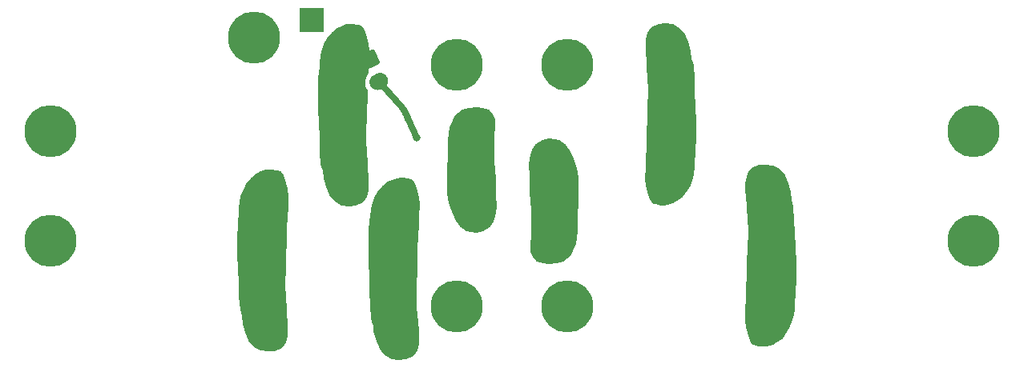
<source format=gbr>
%TF.GenerationSoftware,KiCad,Pcbnew,(5.1.6)-1*%
%TF.CreationDate,2020-10-05T10:15:19-05:00*%
%TF.ProjectId,DDD Charm,44444420-4368-4617-926d-2e6b69636164,rev?*%
%TF.SameCoordinates,Original*%
%TF.FileFunction,Copper,L2,Bot*%
%TF.FilePolarity,Positive*%
%FSLAX46Y46*%
G04 Gerber Fmt 4.6, Leading zero omitted, Abs format (unit mm)*
G04 Created by KiCad (PCBNEW (5.1.6)-1) date 2020-10-05 10:15:19*
%MOMM*%
%LPD*%
G01*
G04 APERTURE LIST*
%TA.AperFunction,ComponentPad*%
%ADD10R,2.500000X2.500000*%
%TD*%
%TA.AperFunction,ComponentPad*%
%ADD11C,5.500000*%
%TD*%
%TA.AperFunction,ViaPad*%
%ADD12C,0.800000*%
%TD*%
%TA.AperFunction,Conductor*%
%ADD13C,0.500000*%
%TD*%
%TA.AperFunction,Conductor*%
%ADD14C,0.635000*%
%TD*%
%TA.AperFunction,Conductor*%
%ADD15C,0.254000*%
%TD*%
G04 APERTURE END LIST*
D10*
%TO.P,REF\u002A\u002A,1*%
%TO.N,GND*%
X236700000Y-99300000D03*
%TD*%
D11*
%TO.P,.,*%
%TO.N,GND*%
X230600000Y-101100000D03*
%TD*%
%TO.P,.,*%
%TO.N,O1*%
X209060000Y-111000000D03*
%TD*%
%TO.P,.,*%
%TO.N,O4*%
X306630000Y-122650000D03*
%TD*%
%TO.P,.,1*%
%TO.N,GND*%
%TA.AperFunction,ComponentPad*%
G36*
G01*
X241660953Y-103056644D02*
X243020596Y-102422633D01*
G75*
G02*
X243352694Y-102543507I105612J-226486D01*
G01*
X243859921Y-103631257D01*
G75*
G02*
X243739047Y-103963355I-226486J-105612D01*
G01*
X242379404Y-104597367D01*
G75*
G02*
X242047306Y-104476493I-105612J226486D01*
G01*
X241540079Y-103388743D01*
G75*
G02*
X241660953Y-103056645I226486J105612D01*
G01*
G37*
%TD.AperFunction*%
%TO.P,.,2*%
%TO.N,PWR*%
%TA.AperFunction,ComponentPad*%
G36*
G01*
X243261374Y-105068800D02*
X243533266Y-104942014D01*
G75*
G02*
X244662854Y-105353150I359226J-770362D01*
G01*
X244662854Y-105353150D01*
G75*
G02*
X244251718Y-106482738I-770362J-359226D01*
G01*
X243979826Y-106609524D01*
G75*
G02*
X242850238Y-106198388I-359226J770362D01*
G01*
X242850238Y-106198388D01*
G75*
G02*
X243261374Y-105068800I770362J359226D01*
G01*
G37*
%TD.AperFunction*%
%TD*%
%TO.P,.,*%
%TO.N,I1*%
X252020000Y-103980000D03*
%TD*%
%TO.P,.,*%
%TO.N,I2*%
X263670000Y-103980000D03*
%TD*%
%TO.P,.,*%
%TO.N,I4*%
X263670000Y-129580000D03*
%TD*%
%TO.P,.,*%
%TO.N,I3*%
X252020000Y-129580000D03*
%TD*%
%TO.P,.,*%
%TO.N,O2*%
X209060000Y-122650000D03*
%TD*%
%TO.P,.,*%
%TO.N,O3*%
X306630000Y-111000000D03*
%TD*%
D12*
%TO.N,J2*%
X262053289Y-123686711D03*
%TO.N,J1*%
X253550000Y-120360000D03*
%TO.N,J2*%
X262080000Y-113700000D03*
%TO.N,J1*%
X253440000Y-110410000D03*
%TO.N,GND*%
X274370000Y-117650000D03*
X240462000Y-117622000D03*
X240462000Y-103702000D03*
X274350000Y-100840000D03*
%TO.N,PWR*%
X284650423Y-132019577D03*
X231782000Y-132648000D03*
X245230000Y-118220000D03*
X245230000Y-133190000D03*
X284650000Y-117300000D03*
X231782000Y-117622000D03*
X247800000Y-111700000D03*
%TD*%
D13*
%TO.N,J2*%
X262080000Y-113700000D02*
X262053289Y-123686711D01*
%TO.N,J1*%
X253440000Y-110410000D02*
X253550000Y-120360000D01*
%TO.N,GND*%
X240462000Y-117622000D02*
X240462000Y-103702000D01*
D14*
X274350000Y-100840000D02*
X274370000Y-117650000D01*
%TO.N,PWR*%
X245230000Y-118220000D02*
X245230000Y-133190000D01*
X284650423Y-132019577D02*
X284650000Y-131701220D01*
X284650000Y-131701220D02*
X284650000Y-117300000D01*
X231782000Y-117622000D02*
X231782000Y-132648000D01*
X245926906Y-108160442D02*
X243756546Y-105775769D01*
X246008268Y-108252441D02*
X245926906Y-108160442D01*
X246236152Y-108541838D02*
X246162954Y-108443217D01*
X246306506Y-108642507D02*
X246236152Y-108541838D01*
X246086972Y-108346726D02*
X246008268Y-108252441D01*
X246373958Y-108745142D02*
X246306506Y-108642507D01*
X246438454Y-108849661D02*
X246373958Y-108745142D01*
X246499942Y-108955977D02*
X246438454Y-108849661D01*
X246878058Y-109860564D02*
X246842227Y-109743090D01*
X246842227Y-109743090D02*
X246803060Y-109626686D01*
X246714843Y-109397468D02*
X246665866Y-109284840D01*
X247800000Y-111700000D02*
X246878058Y-109860564D01*
X246803060Y-109626686D02*
X246760587Y-109511448D01*
X246760587Y-109511448D02*
X246714843Y-109397468D01*
X246665866Y-109284840D02*
X246613694Y-109173655D01*
X246613694Y-109173655D02*
X246558371Y-109064004D01*
X246162954Y-108443217D02*
X246086972Y-108346726D01*
X246558371Y-109064004D02*
X246499942Y-108955977D01*
%TD*%
D15*
%TO.N,PWR*%
G36*
X232757942Y-115242887D02*
G01*
X232764098Y-115244331D01*
X233000884Y-115293661D01*
X233172742Y-115338887D01*
X233253128Y-115382734D01*
X233330197Y-115459803D01*
X233333858Y-115463320D01*
X233458369Y-115578253D01*
X233495297Y-115621402D01*
X233542968Y-115719724D01*
X233719523Y-116200346D01*
X233818348Y-116526468D01*
X233984049Y-117082053D01*
X234032900Y-117941837D01*
X234003088Y-119015080D01*
X233953155Y-120023721D01*
X233953070Y-120025769D01*
X233913087Y-121225259D01*
X233853115Y-122634601D01*
X233853021Y-122637691D01*
X233823042Y-124286559D01*
X233793099Y-125114974D01*
X233753244Y-126121320D01*
X233713600Y-126527668D01*
X233713010Y-126541607D01*
X233723010Y-127331607D01*
X233723068Y-127334162D01*
X233763068Y-128554162D01*
X233763281Y-128558448D01*
X233843281Y-129758448D01*
X233843404Y-129760128D01*
X233883404Y-130260128D01*
X233883415Y-130260264D01*
X233913415Y-130630264D01*
X233914144Y-130637008D01*
X233963594Y-131002938D01*
X233993000Y-131424424D01*
X233993000Y-132294567D01*
X233964406Y-132628162D01*
X233790153Y-133286452D01*
X233656317Y-133571970D01*
X233291213Y-133891436D01*
X232710368Y-134144384D01*
X231983511Y-134182640D01*
X231278542Y-134106427D01*
X230723825Y-133805564D01*
X230145275Y-133283920D01*
X229719977Y-132317333D01*
X229455255Y-131356491D01*
X229376337Y-130587042D01*
X229372243Y-130565565D01*
X229175837Y-129868324D01*
X229086792Y-128532647D01*
X229016903Y-127104917D01*
X228966938Y-125506033D01*
X228966902Y-125505023D01*
X228907000Y-123977522D01*
X228907000Y-122340787D01*
X228926939Y-120745706D01*
X229016619Y-119589824D01*
X229016885Y-119585399D01*
X229036644Y-119121056D01*
X229125030Y-118453254D01*
X229251648Y-117927304D01*
X229515249Y-117224367D01*
X229846813Y-116649005D01*
X230319902Y-115992474D01*
X230857255Y-115627841D01*
X231262391Y-115396335D01*
X231794959Y-115215642D01*
X232234140Y-115187000D01*
X232543708Y-115187000D01*
X232757942Y-115242887D01*
G37*
X232757942Y-115242887D02*
X232764098Y-115244331D01*
X233000884Y-115293661D01*
X233172742Y-115338887D01*
X233253128Y-115382734D01*
X233330197Y-115459803D01*
X233333858Y-115463320D01*
X233458369Y-115578253D01*
X233495297Y-115621402D01*
X233542968Y-115719724D01*
X233719523Y-116200346D01*
X233818348Y-116526468D01*
X233984049Y-117082053D01*
X234032900Y-117941837D01*
X234003088Y-119015080D01*
X233953155Y-120023721D01*
X233953070Y-120025769D01*
X233913087Y-121225259D01*
X233853115Y-122634601D01*
X233853021Y-122637691D01*
X233823042Y-124286559D01*
X233793099Y-125114974D01*
X233753244Y-126121320D01*
X233713600Y-126527668D01*
X233713010Y-126541607D01*
X233723010Y-127331607D01*
X233723068Y-127334162D01*
X233763068Y-128554162D01*
X233763281Y-128558448D01*
X233843281Y-129758448D01*
X233843404Y-129760128D01*
X233883404Y-130260128D01*
X233883415Y-130260264D01*
X233913415Y-130630264D01*
X233914144Y-130637008D01*
X233963594Y-131002938D01*
X233993000Y-131424424D01*
X233993000Y-132294567D01*
X233964406Y-132628162D01*
X233790153Y-133286452D01*
X233656317Y-133571970D01*
X233291213Y-133891436D01*
X232710368Y-134144384D01*
X231983511Y-134182640D01*
X231278542Y-134106427D01*
X230723825Y-133805564D01*
X230145275Y-133283920D01*
X229719977Y-132317333D01*
X229455255Y-131356491D01*
X229376337Y-130587042D01*
X229372243Y-130565565D01*
X229175837Y-129868324D01*
X229086792Y-128532647D01*
X229016903Y-127104917D01*
X228966938Y-125506033D01*
X228966902Y-125505023D01*
X228907000Y-123977522D01*
X228907000Y-122340787D01*
X228926939Y-120745706D01*
X229016619Y-119589824D01*
X229016885Y-119585399D01*
X229036644Y-119121056D01*
X229125030Y-118453254D01*
X229251648Y-117927304D01*
X229515249Y-117224367D01*
X229846813Y-116649005D01*
X230319902Y-115992474D01*
X230857255Y-115627841D01*
X231262391Y-115396335D01*
X231794959Y-115215642D01*
X232234140Y-115187000D01*
X232543708Y-115187000D01*
X232757942Y-115242887D01*
G36*
X246614331Y-116102392D02*
G01*
X246620487Y-116103836D01*
X246857273Y-116153166D01*
X247029131Y-116198392D01*
X247109517Y-116242239D01*
X247186586Y-116319308D01*
X247190247Y-116322825D01*
X247314758Y-116437758D01*
X247351686Y-116480907D01*
X247399357Y-116579229D01*
X247575912Y-117059851D01*
X247674737Y-117385973D01*
X247840438Y-117941558D01*
X247889289Y-118801342D01*
X247859477Y-119874585D01*
X247809544Y-120883226D01*
X247809459Y-120885274D01*
X247769476Y-122084764D01*
X247709504Y-123494106D01*
X247709410Y-123497196D01*
X247679431Y-125146064D01*
X247649488Y-125974479D01*
X247609633Y-126980825D01*
X247569989Y-127387173D01*
X247569399Y-127401112D01*
X247579399Y-128191112D01*
X247579457Y-128193667D01*
X247619457Y-129413667D01*
X247619670Y-129417953D01*
X247699670Y-130617953D01*
X247699793Y-130619633D01*
X247739793Y-131119633D01*
X247739804Y-131119769D01*
X247769804Y-131489769D01*
X247770533Y-131496513D01*
X247819983Y-131862443D01*
X247849389Y-132283929D01*
X247849389Y-133154072D01*
X247820795Y-133487667D01*
X247646542Y-134145957D01*
X247512706Y-134431475D01*
X247147602Y-134750941D01*
X246566757Y-135003889D01*
X245839900Y-135042145D01*
X245134931Y-134965932D01*
X244580214Y-134665069D01*
X244001664Y-134143425D01*
X243576366Y-133176838D01*
X243311644Y-132215996D01*
X243232726Y-131446547D01*
X243228632Y-131425070D01*
X243032226Y-130727829D01*
X242943181Y-129392152D01*
X242873292Y-127964422D01*
X242823327Y-126365538D01*
X242823291Y-126364528D01*
X242763389Y-124837027D01*
X242763389Y-123200292D01*
X242783328Y-121605211D01*
X242873008Y-120449329D01*
X242873274Y-120444904D01*
X242893033Y-119980561D01*
X242981419Y-119312759D01*
X243108037Y-118786809D01*
X243371638Y-118083872D01*
X243703202Y-117508510D01*
X244176291Y-116851979D01*
X244713644Y-116487346D01*
X245118780Y-116255840D01*
X245651348Y-116075147D01*
X246090529Y-116046505D01*
X246400097Y-116046505D01*
X246614331Y-116102392D01*
G37*
X246614331Y-116102392D02*
X246620487Y-116103836D01*
X246857273Y-116153166D01*
X247029131Y-116198392D01*
X247109517Y-116242239D01*
X247186586Y-116319308D01*
X247190247Y-116322825D01*
X247314758Y-116437758D01*
X247351686Y-116480907D01*
X247399357Y-116579229D01*
X247575912Y-117059851D01*
X247674737Y-117385973D01*
X247840438Y-117941558D01*
X247889289Y-118801342D01*
X247859477Y-119874585D01*
X247809544Y-120883226D01*
X247809459Y-120885274D01*
X247769476Y-122084764D01*
X247709504Y-123494106D01*
X247709410Y-123497196D01*
X247679431Y-125146064D01*
X247649488Y-125974479D01*
X247609633Y-126980825D01*
X247569989Y-127387173D01*
X247569399Y-127401112D01*
X247579399Y-128191112D01*
X247579457Y-128193667D01*
X247619457Y-129413667D01*
X247619670Y-129417953D01*
X247699670Y-130617953D01*
X247699793Y-130619633D01*
X247739793Y-131119633D01*
X247739804Y-131119769D01*
X247769804Y-131489769D01*
X247770533Y-131496513D01*
X247819983Y-131862443D01*
X247849389Y-132283929D01*
X247849389Y-133154072D01*
X247820795Y-133487667D01*
X247646542Y-134145957D01*
X247512706Y-134431475D01*
X247147602Y-134750941D01*
X246566757Y-135003889D01*
X245839900Y-135042145D01*
X245134931Y-134965932D01*
X244580214Y-134665069D01*
X244001664Y-134143425D01*
X243576366Y-133176838D01*
X243311644Y-132215996D01*
X243232726Y-131446547D01*
X243228632Y-131425070D01*
X243032226Y-130727829D01*
X242943181Y-129392152D01*
X242873292Y-127964422D01*
X242823327Y-126365538D01*
X242823291Y-126364528D01*
X242763389Y-124837027D01*
X242763389Y-123200292D01*
X242783328Y-121605211D01*
X242873008Y-120449329D01*
X242873274Y-120444904D01*
X242893033Y-119980561D01*
X242981419Y-119312759D01*
X243108037Y-118786809D01*
X243371638Y-118083872D01*
X243703202Y-117508510D01*
X244176291Y-116851979D01*
X244713644Y-116487346D01*
X245118780Y-116255840D01*
X245651348Y-116075147D01*
X246090529Y-116046505D01*
X246400097Y-116046505D01*
X246614331Y-116102392D01*
G36*
X285309164Y-114740395D02*
G01*
X285863881Y-115041258D01*
X286442431Y-115562902D01*
X286867729Y-116529489D01*
X287132451Y-117490331D01*
X287211369Y-118259780D01*
X287215463Y-118281257D01*
X287411869Y-118978498D01*
X287500914Y-120314175D01*
X287570803Y-121741905D01*
X287620768Y-123340789D01*
X287620804Y-123341799D01*
X287680706Y-124869300D01*
X287680706Y-126506035D01*
X287660767Y-128101116D01*
X287571087Y-129256998D01*
X287570821Y-129261423D01*
X287551062Y-129725766D01*
X287462676Y-130393568D01*
X287336058Y-130919518D01*
X287072457Y-131622455D01*
X286740893Y-132197817D01*
X286267804Y-132854348D01*
X285730451Y-133218981D01*
X285325315Y-133450487D01*
X284792747Y-133631180D01*
X284353566Y-133659822D01*
X284043997Y-133659822D01*
X283829764Y-133603935D01*
X283823608Y-133602491D01*
X283586822Y-133553161D01*
X283414964Y-133507935D01*
X283334578Y-133464088D01*
X283257509Y-133387019D01*
X283253848Y-133383502D01*
X283129337Y-133268569D01*
X283092409Y-133225420D01*
X283044738Y-133127098D01*
X282868183Y-132646476D01*
X282769358Y-132320354D01*
X282603657Y-131764769D01*
X282554806Y-130904985D01*
X282584618Y-129831742D01*
X282634551Y-128823101D01*
X282634636Y-128821053D01*
X282674619Y-127621563D01*
X282734591Y-126212221D01*
X282734685Y-126209131D01*
X282764664Y-124560263D01*
X282794607Y-123731848D01*
X282834462Y-122725502D01*
X282874106Y-122319154D01*
X282874696Y-122305215D01*
X282864696Y-121515215D01*
X282864638Y-121512660D01*
X282824638Y-120292660D01*
X282824425Y-120288374D01*
X282744425Y-119088374D01*
X282744302Y-119086694D01*
X282704302Y-118586694D01*
X282704291Y-118586558D01*
X282674291Y-118216558D01*
X282673562Y-118209814D01*
X282624112Y-117843884D01*
X282594706Y-117422398D01*
X282594706Y-116552255D01*
X282623300Y-116218660D01*
X282797553Y-115560370D01*
X282931389Y-115274852D01*
X283296493Y-114955386D01*
X283877338Y-114702438D01*
X284604195Y-114664182D01*
X285309164Y-114740395D01*
G37*
X285309164Y-114740395D02*
X285863881Y-115041258D01*
X286442431Y-115562902D01*
X286867729Y-116529489D01*
X287132451Y-117490331D01*
X287211369Y-118259780D01*
X287215463Y-118281257D01*
X287411869Y-118978498D01*
X287500914Y-120314175D01*
X287570803Y-121741905D01*
X287620768Y-123340789D01*
X287620804Y-123341799D01*
X287680706Y-124869300D01*
X287680706Y-126506035D01*
X287660767Y-128101116D01*
X287571087Y-129256998D01*
X287570821Y-129261423D01*
X287551062Y-129725766D01*
X287462676Y-130393568D01*
X287336058Y-130919518D01*
X287072457Y-131622455D01*
X286740893Y-132197817D01*
X286267804Y-132854348D01*
X285730451Y-133218981D01*
X285325315Y-133450487D01*
X284792747Y-133631180D01*
X284353566Y-133659822D01*
X284043997Y-133659822D01*
X283829764Y-133603935D01*
X283823608Y-133602491D01*
X283586822Y-133553161D01*
X283414964Y-133507935D01*
X283334578Y-133464088D01*
X283257509Y-133387019D01*
X283253848Y-133383502D01*
X283129337Y-133268569D01*
X283092409Y-133225420D01*
X283044738Y-133127098D01*
X282868183Y-132646476D01*
X282769358Y-132320354D01*
X282603657Y-131764769D01*
X282554806Y-130904985D01*
X282584618Y-129831742D01*
X282634551Y-128823101D01*
X282634636Y-128821053D01*
X282674619Y-127621563D01*
X282734591Y-126212221D01*
X282734685Y-126209131D01*
X282764664Y-124560263D01*
X282794607Y-123731848D01*
X282834462Y-122725502D01*
X282874106Y-122319154D01*
X282874696Y-122305215D01*
X282864696Y-121515215D01*
X282864638Y-121512660D01*
X282824638Y-120292660D01*
X282824425Y-120288374D01*
X282744425Y-119088374D01*
X282744302Y-119086694D01*
X282704302Y-118586694D01*
X282704291Y-118586558D01*
X282674291Y-118216558D01*
X282673562Y-118209814D01*
X282624112Y-117843884D01*
X282594706Y-117422398D01*
X282594706Y-116552255D01*
X282623300Y-116218660D01*
X282797553Y-115560370D01*
X282931389Y-115274852D01*
X283296493Y-114955386D01*
X283877338Y-114702438D01*
X284604195Y-114664182D01*
X285309164Y-114740395D01*
%TO.N,GND*%
G36*
X274741458Y-99793573D02*
G01*
X275296175Y-100094436D01*
X275874725Y-100616080D01*
X276300023Y-101582667D01*
X276564745Y-102543509D01*
X276643663Y-103312958D01*
X276647757Y-103334435D01*
X276844163Y-104031676D01*
X276933208Y-105367353D01*
X277003097Y-106795083D01*
X277053062Y-108393967D01*
X277053098Y-108394977D01*
X277113000Y-109922478D01*
X277113000Y-111559213D01*
X277093061Y-113154294D01*
X277003381Y-114310176D01*
X277003115Y-114314601D01*
X276983356Y-114778944D01*
X276894970Y-115446746D01*
X276768352Y-115972696D01*
X276504751Y-116675633D01*
X276173187Y-117250995D01*
X275700098Y-117907526D01*
X275162745Y-118272159D01*
X274757609Y-118503665D01*
X274225041Y-118684358D01*
X273785860Y-118713000D01*
X273476291Y-118713000D01*
X273262058Y-118657113D01*
X273255902Y-118655669D01*
X273019116Y-118606339D01*
X272847258Y-118561113D01*
X272766872Y-118517266D01*
X272689803Y-118440197D01*
X272686142Y-118436680D01*
X272561631Y-118321747D01*
X272524703Y-118278598D01*
X272477032Y-118180276D01*
X272300477Y-117699654D01*
X272201652Y-117373532D01*
X272035951Y-116817947D01*
X271987100Y-115958163D01*
X272016912Y-114884920D01*
X272066845Y-113876279D01*
X272066930Y-113874231D01*
X272106913Y-112674741D01*
X272166885Y-111265399D01*
X272166979Y-111262309D01*
X272196958Y-109613441D01*
X272226901Y-108785026D01*
X272266756Y-107778680D01*
X272306400Y-107372332D01*
X272306990Y-107358393D01*
X272296990Y-106568393D01*
X272296932Y-106565838D01*
X272256932Y-105345838D01*
X272256719Y-105341552D01*
X272176719Y-104141552D01*
X272176596Y-104139872D01*
X272136596Y-103639872D01*
X272136585Y-103639736D01*
X272106585Y-103269736D01*
X272105856Y-103262992D01*
X272056406Y-102897062D01*
X272027000Y-102475576D01*
X272027000Y-101605433D01*
X272055594Y-101271838D01*
X272229847Y-100613548D01*
X272363683Y-100328030D01*
X272728787Y-100008564D01*
X273309632Y-99755616D01*
X274036489Y-99717360D01*
X274741458Y-99793573D01*
G37*
X274741458Y-99793573D02*
X275296175Y-100094436D01*
X275874725Y-100616080D01*
X276300023Y-101582667D01*
X276564745Y-102543509D01*
X276643663Y-103312958D01*
X276647757Y-103334435D01*
X276844163Y-104031676D01*
X276933208Y-105367353D01*
X277003097Y-106795083D01*
X277053062Y-108393967D01*
X277053098Y-108394977D01*
X277113000Y-109922478D01*
X277113000Y-111559213D01*
X277093061Y-113154294D01*
X277003381Y-114310176D01*
X277003115Y-114314601D01*
X276983356Y-114778944D01*
X276894970Y-115446746D01*
X276768352Y-115972696D01*
X276504751Y-116675633D01*
X276173187Y-117250995D01*
X275700098Y-117907526D01*
X275162745Y-118272159D01*
X274757609Y-118503665D01*
X274225041Y-118684358D01*
X273785860Y-118713000D01*
X273476291Y-118713000D01*
X273262058Y-118657113D01*
X273255902Y-118655669D01*
X273019116Y-118606339D01*
X272847258Y-118561113D01*
X272766872Y-118517266D01*
X272689803Y-118440197D01*
X272686142Y-118436680D01*
X272561631Y-118321747D01*
X272524703Y-118278598D01*
X272477032Y-118180276D01*
X272300477Y-117699654D01*
X272201652Y-117373532D01*
X272035951Y-116817947D01*
X271987100Y-115958163D01*
X272016912Y-114884920D01*
X272066845Y-113876279D01*
X272066930Y-113874231D01*
X272106913Y-112674741D01*
X272166885Y-111265399D01*
X272166979Y-111262309D01*
X272196958Y-109613441D01*
X272226901Y-108785026D01*
X272266756Y-107778680D01*
X272306400Y-107372332D01*
X272306990Y-107358393D01*
X272296990Y-106568393D01*
X272296932Y-106565838D01*
X272256932Y-105345838D01*
X272256719Y-105341552D01*
X272176719Y-104141552D01*
X272176596Y-104139872D01*
X272136596Y-103639872D01*
X272136585Y-103639736D01*
X272106585Y-103269736D01*
X272105856Y-103262992D01*
X272056406Y-102897062D01*
X272027000Y-102475576D01*
X272027000Y-101605433D01*
X272055594Y-101271838D01*
X272229847Y-100613548D01*
X272363683Y-100328030D01*
X272728787Y-100008564D01*
X273309632Y-99755616D01*
X274036489Y-99717360D01*
X274741458Y-99793573D01*
G36*
X241302073Y-99845241D02*
G01*
X241308229Y-99846685D01*
X241545015Y-99896015D01*
X241716873Y-99941241D01*
X241797259Y-99985088D01*
X241874328Y-100062157D01*
X241877989Y-100065674D01*
X242002500Y-100180607D01*
X242039428Y-100223756D01*
X242087099Y-100322078D01*
X242263654Y-100802700D01*
X242362479Y-101128822D01*
X242528180Y-101684407D01*
X242577031Y-102544191D01*
X242547219Y-103617434D01*
X242497286Y-104626075D01*
X242497201Y-104628123D01*
X242489041Y-104872923D01*
X242344912Y-105065060D01*
X242218404Y-105328808D01*
X242145782Y-105612169D01*
X242129836Y-105904253D01*
X242171179Y-106193836D01*
X242268223Y-106469789D01*
X242417238Y-106721507D01*
X242419092Y-106723575D01*
X242397246Y-107236955D01*
X242397152Y-107240045D01*
X242367173Y-108888913D01*
X242337230Y-109717328D01*
X242297375Y-110723674D01*
X242257731Y-111130022D01*
X242257141Y-111143961D01*
X242267141Y-111933961D01*
X242267199Y-111936516D01*
X242307199Y-113156516D01*
X242307412Y-113160802D01*
X242387412Y-114360802D01*
X242387535Y-114362482D01*
X242427535Y-114862482D01*
X242427546Y-114862618D01*
X242457546Y-115232618D01*
X242458275Y-115239362D01*
X242507725Y-115605292D01*
X242537131Y-116026778D01*
X242537131Y-116896921D01*
X242508537Y-117230516D01*
X242334284Y-117888806D01*
X242200448Y-118174324D01*
X241835344Y-118493790D01*
X241254499Y-118746738D01*
X240527642Y-118784994D01*
X239822673Y-118708781D01*
X239267956Y-118407918D01*
X238689406Y-117886274D01*
X238264108Y-116919687D01*
X237999386Y-115958845D01*
X237920468Y-115189396D01*
X237916374Y-115167919D01*
X237719968Y-114470678D01*
X237630923Y-113135001D01*
X237561034Y-111707271D01*
X237511069Y-110108387D01*
X237511033Y-110107377D01*
X237451131Y-108579876D01*
X237451131Y-106943141D01*
X237471070Y-105348060D01*
X237560750Y-104192178D01*
X237561016Y-104187753D01*
X237580775Y-103723410D01*
X237669161Y-103055608D01*
X237795779Y-102529658D01*
X238059380Y-101826721D01*
X238390944Y-101251359D01*
X238864033Y-100594828D01*
X239401386Y-100230195D01*
X239806522Y-99998689D01*
X240339090Y-99817996D01*
X240778271Y-99789354D01*
X241087839Y-99789354D01*
X241302073Y-99845241D01*
G37*
X241302073Y-99845241D02*
X241308229Y-99846685D01*
X241545015Y-99896015D01*
X241716873Y-99941241D01*
X241797259Y-99985088D01*
X241874328Y-100062157D01*
X241877989Y-100065674D01*
X242002500Y-100180607D01*
X242039428Y-100223756D01*
X242087099Y-100322078D01*
X242263654Y-100802700D01*
X242362479Y-101128822D01*
X242528180Y-101684407D01*
X242577031Y-102544191D01*
X242547219Y-103617434D01*
X242497286Y-104626075D01*
X242497201Y-104628123D01*
X242489041Y-104872923D01*
X242344912Y-105065060D01*
X242218404Y-105328808D01*
X242145782Y-105612169D01*
X242129836Y-105904253D01*
X242171179Y-106193836D01*
X242268223Y-106469789D01*
X242417238Y-106721507D01*
X242419092Y-106723575D01*
X242397246Y-107236955D01*
X242397152Y-107240045D01*
X242367173Y-108888913D01*
X242337230Y-109717328D01*
X242297375Y-110723674D01*
X242257731Y-111130022D01*
X242257141Y-111143961D01*
X242267141Y-111933961D01*
X242267199Y-111936516D01*
X242307199Y-113156516D01*
X242307412Y-113160802D01*
X242387412Y-114360802D01*
X242387535Y-114362482D01*
X242427535Y-114862482D01*
X242427546Y-114862618D01*
X242457546Y-115232618D01*
X242458275Y-115239362D01*
X242507725Y-115605292D01*
X242537131Y-116026778D01*
X242537131Y-116896921D01*
X242508537Y-117230516D01*
X242334284Y-117888806D01*
X242200448Y-118174324D01*
X241835344Y-118493790D01*
X241254499Y-118746738D01*
X240527642Y-118784994D01*
X239822673Y-118708781D01*
X239267956Y-118407918D01*
X238689406Y-117886274D01*
X238264108Y-116919687D01*
X237999386Y-115958845D01*
X237920468Y-115189396D01*
X237916374Y-115167919D01*
X237719968Y-114470678D01*
X237630923Y-113135001D01*
X237561034Y-111707271D01*
X237511069Y-110108387D01*
X237511033Y-110107377D01*
X237451131Y-108579876D01*
X237451131Y-106943141D01*
X237471070Y-105348060D01*
X237560750Y-104192178D01*
X237561016Y-104187753D01*
X237580775Y-103723410D01*
X237669161Y-103055608D01*
X237795779Y-102529658D01*
X238059380Y-101826721D01*
X238390944Y-101251359D01*
X238864033Y-100594828D01*
X239401386Y-100230195D01*
X239806522Y-99998689D01*
X240339090Y-99817996D01*
X240778271Y-99789354D01*
X241087839Y-99789354D01*
X241302073Y-99845241D01*
%TO.N,J1*%
G36*
X254732327Y-108654337D02*
G01*
X255278185Y-108820869D01*
X255649088Y-109246051D01*
X255854892Y-109797980D01*
X255922375Y-110607781D01*
X255833881Y-111355065D01*
X255833028Y-111367327D01*
X255813028Y-112317327D01*
X255793033Y-113197114D01*
X255793029Y-113202731D01*
X255813029Y-114132731D01*
X255813522Y-114141498D01*
X255903439Y-115130585D01*
X255973177Y-116037185D01*
X256013000Y-117132305D01*
X256013000Y-117900000D01*
X256013196Y-117907045D01*
X256062806Y-118800032D01*
X256014091Y-119686658D01*
X255735252Y-120552019D01*
X255401475Y-121015599D01*
X254691963Y-121460226D01*
X254056566Y-121591043D01*
X253046190Y-121438534D01*
X252457443Y-121055381D01*
X251978293Y-120432487D01*
X251538646Y-119543421D01*
X251322285Y-118815664D01*
X251145238Y-118146817D01*
X251077248Y-117515484D01*
X251096916Y-116974615D01*
X251096737Y-116961823D01*
X251076737Y-116651823D01*
X251076719Y-116651552D01*
X251047170Y-116208311D01*
X251076899Y-115465076D01*
X251077000Y-115460000D01*
X251077000Y-114812341D01*
X251116915Y-113724657D01*
X251117000Y-113720000D01*
X251117000Y-112842221D01*
X251146826Y-111987208D01*
X251206073Y-111236751D01*
X251322459Y-110616026D01*
X251536912Y-110089641D01*
X251756559Y-109593047D01*
X252203255Y-109146351D01*
X252607202Y-108845739D01*
X253274095Y-108655198D01*
X254127441Y-108567924D01*
X254732327Y-108654337D01*
G37*
X254732327Y-108654337D02*
X255278185Y-108820869D01*
X255649088Y-109246051D01*
X255854892Y-109797980D01*
X255922375Y-110607781D01*
X255833881Y-111355065D01*
X255833028Y-111367327D01*
X255813028Y-112317327D01*
X255793033Y-113197114D01*
X255793029Y-113202731D01*
X255813029Y-114132731D01*
X255813522Y-114141498D01*
X255903439Y-115130585D01*
X255973177Y-116037185D01*
X256013000Y-117132305D01*
X256013000Y-117900000D01*
X256013196Y-117907045D01*
X256062806Y-118800032D01*
X256014091Y-119686658D01*
X255735252Y-120552019D01*
X255401475Y-121015599D01*
X254691963Y-121460226D01*
X254056566Y-121591043D01*
X253046190Y-121438534D01*
X252457443Y-121055381D01*
X251978293Y-120432487D01*
X251538646Y-119543421D01*
X251322285Y-118815664D01*
X251145238Y-118146817D01*
X251077248Y-117515484D01*
X251096916Y-116974615D01*
X251096737Y-116961823D01*
X251076737Y-116651823D01*
X251076719Y-116651552D01*
X251047170Y-116208311D01*
X251076899Y-115465076D01*
X251077000Y-115460000D01*
X251077000Y-114812341D01*
X251116915Y-113724657D01*
X251117000Y-113720000D01*
X251117000Y-112842221D01*
X251146826Y-111987208D01*
X251206073Y-111236751D01*
X251322459Y-110616026D01*
X251536912Y-110089641D01*
X251756559Y-109593047D01*
X252203255Y-109146351D01*
X252607202Y-108845739D01*
X253274095Y-108655198D01*
X254127441Y-108567924D01*
X254732327Y-108654337D01*
%TO.N,J2*%
G36*
X262713810Y-112061466D02*
G01*
X263302557Y-112444619D01*
X263781707Y-113067513D01*
X264221354Y-113956579D01*
X264437715Y-114684336D01*
X264614762Y-115353183D01*
X264682752Y-115984516D01*
X264663084Y-116525385D01*
X264663263Y-116538177D01*
X264683263Y-116848177D01*
X264683281Y-116848448D01*
X264712830Y-117291689D01*
X264683101Y-118034924D01*
X264683000Y-118040000D01*
X264683000Y-118687659D01*
X264643085Y-119775343D01*
X264643000Y-119780000D01*
X264643000Y-120657779D01*
X264613174Y-121512792D01*
X264553927Y-122263249D01*
X264437541Y-122883974D01*
X264223088Y-123410359D01*
X264003441Y-123906953D01*
X263556745Y-124353649D01*
X263152798Y-124654261D01*
X262485905Y-124844802D01*
X261632559Y-124932076D01*
X261027673Y-124845663D01*
X260481815Y-124679131D01*
X260110912Y-124253949D01*
X259905108Y-123702020D01*
X259837625Y-122892219D01*
X259926119Y-122144935D01*
X259926972Y-122132673D01*
X259946972Y-121182673D01*
X259966967Y-120302886D01*
X259966971Y-120297269D01*
X259946971Y-119367269D01*
X259946478Y-119358502D01*
X259856561Y-118369415D01*
X259786823Y-117462815D01*
X259747000Y-116367695D01*
X259747000Y-115600000D01*
X259746804Y-115592955D01*
X259697194Y-114699968D01*
X259745909Y-113813342D01*
X260024748Y-112947981D01*
X260358525Y-112484401D01*
X261068037Y-112039774D01*
X261703434Y-111908957D01*
X262713810Y-112061466D01*
G37*
X262713810Y-112061466D02*
X263302557Y-112444619D01*
X263781707Y-113067513D01*
X264221354Y-113956579D01*
X264437715Y-114684336D01*
X264614762Y-115353183D01*
X264682752Y-115984516D01*
X264663084Y-116525385D01*
X264663263Y-116538177D01*
X264683263Y-116848177D01*
X264683281Y-116848448D01*
X264712830Y-117291689D01*
X264683101Y-118034924D01*
X264683000Y-118040000D01*
X264683000Y-118687659D01*
X264643085Y-119775343D01*
X264643000Y-119780000D01*
X264643000Y-120657779D01*
X264613174Y-121512792D01*
X264553927Y-122263249D01*
X264437541Y-122883974D01*
X264223088Y-123410359D01*
X264003441Y-123906953D01*
X263556745Y-124353649D01*
X263152798Y-124654261D01*
X262485905Y-124844802D01*
X261632559Y-124932076D01*
X261027673Y-124845663D01*
X260481815Y-124679131D01*
X260110912Y-124253949D01*
X259905108Y-123702020D01*
X259837625Y-122892219D01*
X259926119Y-122144935D01*
X259926972Y-122132673D01*
X259946972Y-121182673D01*
X259966967Y-120302886D01*
X259966971Y-120297269D01*
X259946971Y-119367269D01*
X259946478Y-119358502D01*
X259856561Y-118369415D01*
X259786823Y-117462815D01*
X259747000Y-116367695D01*
X259747000Y-115600000D01*
X259746804Y-115592955D01*
X259697194Y-114699968D01*
X259745909Y-113813342D01*
X260024748Y-112947981D01*
X260358525Y-112484401D01*
X261068037Y-112039774D01*
X261703434Y-111908957D01*
X262713810Y-112061466D01*
%TD*%
M02*

</source>
